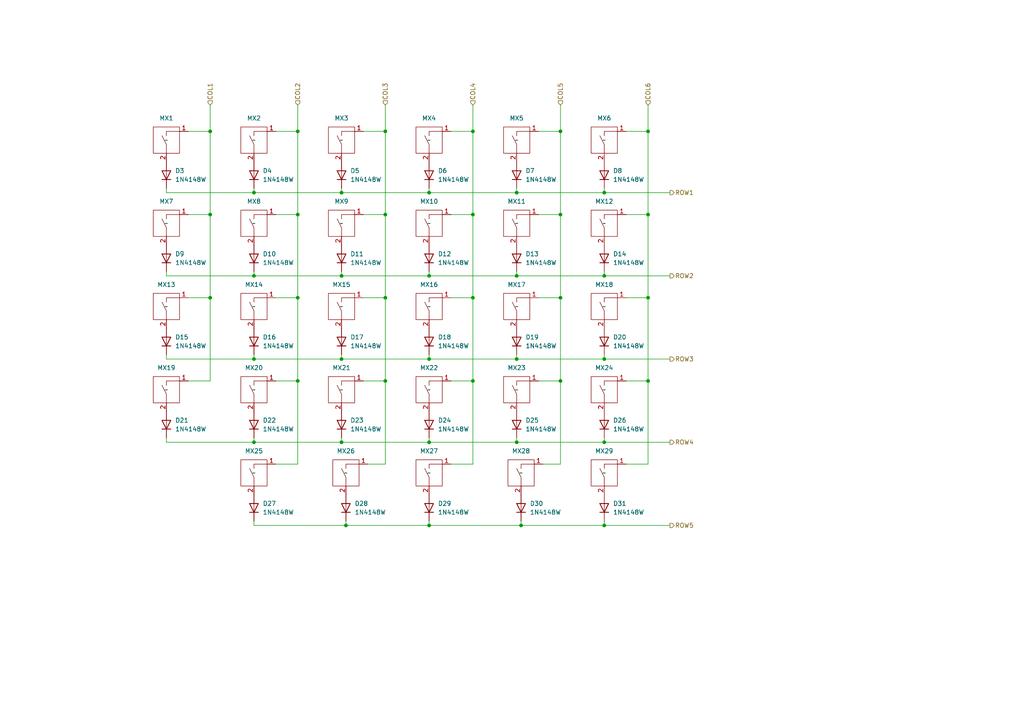
<source format=kicad_sch>
(kicad_sch (version 20230121) (generator eeschema)
  (paper "A4")
  (lib_symbols
    (symbol "Diode:1N4148W" (pin_numbers hide) (pin_names hide)
      (property "Reference" "D" (at 0 2.54 0))
      (property "Value" "1N4148W" (at 0 -2.54 0))
      (symbol "1N4148W_0_1"
        (polyline (pts (xy -1.27 1.27) (xy -1.27 -1.27)) (stroke (width 0.254)))
        (polyline (pts (xy 1.27 0) (xy -1.27 0)))
        (polyline (pts (xy 1.27 1.27) (xy 1.27 -1.27) (xy -1.27 0) (xy 1.27 1.27)) (stroke (width 0.254)))
      )
      (symbol "1N4148W_1_1"
        (pin passive line (at -3.81 0 0) (length 2.54) (name "K") (number "1"))
        (pin passive line (at 3.81 0 180) (length 2.54) (name "A") (number "2"))
      )
    )
    (symbol "Lily58:Cherry_MX2A"
      (property "Reference" "MX" (at 0 5.08 0))
      (symbol "Cherry_MX2A_0_1"
        (rectangle (start -3.81 3.81) (end 3.81 -3.81))
        (polyline (pts (xy 0 -3.81) (xy 0 -1.27) (xy -1.27 1.27)))
        (polyline (pts (xy 3.81 2.54) (xy 0 2.54) (xy 0 1.27)))
      )
      (symbol "Cherry_MX2A_1_1"
        (pin passive line (at 6.35 2.54 180) (length 2.54) (name "") (number "1"))
        (pin passive line (at 0 -6.35 90) (length 2.54) (name "") (number "2"))
      )
    )
  )
  (junction (at 187.96 110.49))
  (junction (at 60.96 38.1))
  (junction (at 124.46 128.27))
  (junction (at 111.76 62.23))
  (junction (at 111.76 110.49))
  (junction (at 111.76 86.36))
  (junction (at 175.26 80.01))
  (junction (at 124.46 152.4))
  (junction (at 60.96 86.36))
  (junction (at 73.66 55.88))
  (junction (at 162.56 86.36))
  (junction (at 60.96 62.23))
  (junction (at 149.86 104.14))
  (junction (at 99.06 55.88))
  (junction (at 111.76 38.1))
  (junction (at 137.16 38.1))
  (junction (at 99.06 104.14))
  (junction (at 149.86 128.27))
  (junction (at 73.66 104.14))
  (junction (at 86.36 38.1))
  (junction (at 175.26 104.14))
  (junction (at 187.96 38.1))
  (junction (at 137.16 110.49))
  (junction (at 124.46 55.88))
  (junction (at 86.36 62.23))
  (junction (at 151.13 152.4))
  (junction (at 73.66 128.27))
  (junction (at 187.96 62.23))
  (junction (at 124.46 104.14))
  (junction (at 73.66 80.01))
  (junction (at 100.33 152.4))
  (junction (at 99.06 128.27))
  (junction (at 149.86 55.88))
  (junction (at 162.56 62.23))
  (junction (at 162.56 38.1))
  (junction (at 137.16 86.36))
  (junction (at 86.36 86.36))
  (junction (at 175.26 55.88))
  (junction (at 137.16 62.23))
  (junction (at 99.06 80.01))
  (junction (at 162.56 110.49))
  (junction (at 175.26 152.4))
  (junction (at 149.86 80.01))
  (junction (at 86.36 110.49))
  (junction (at 124.46 80.01))
  (junction (at 187.96 86.36))
  (junction (at 175.26 128.27))
  (wire (pts (xy 73.66 80.01) (xy 73.66 78.74)))
  (wire (pts (xy 149.86 55.88) (xy 149.86 54.61)))
  (wire (pts (xy 111.76 134.62) (xy 111.76 110.49)))
  (wire (pts (xy 73.66 128.27) (xy 99.06 128.27)))
  (wire (pts (xy 162.56 110.49) (xy 162.56 86.36)))
  (wire (pts (xy 149.86 80.01) (xy 149.86 78.74)))
  (wire (pts (xy 137.16 62.23) (xy 137.16 38.1)))
  (wire (pts (xy 73.66 55.88) (xy 73.66 54.61)))
  (wire (pts (xy 175.26 80.01) (xy 194.31 80.01)))
  (wire (pts (xy 100.33 152.4) (xy 124.46 152.4)))
  (wire (pts (xy 86.36 86.36) (xy 86.36 62.23)))
  (wire (pts (xy 137.16 134.62) (xy 137.16 110.49)))
  (wire (pts (xy 130.81 110.49) (xy 137.16 110.49)))
  (wire (pts (xy 156.21 62.23) (xy 162.56 62.23)))
  (wire (pts (xy 162.56 38.1) (xy 162.56 30.48)))
  (wire (pts (xy 175.26 55.88) (xy 175.26 54.61)))
  (wire (pts (xy 86.36 38.1) (xy 86.36 30.48)))
  (wire (pts (xy 151.13 152.4) (xy 175.26 152.4)))
  (wire (pts (xy 149.86 128.27) (xy 149.86 127)))
  (wire (pts (xy 54.61 86.36) (xy 60.96 86.36)))
  (wire (pts (xy 60.96 62.23) (xy 60.96 38.1)))
  (wire (pts (xy 175.26 128.27) (xy 175.26 127)))
  (wire (pts (xy 60.96 86.36) (xy 60.96 62.23)))
  (wire (pts (xy 54.61 38.1) (xy 60.96 38.1)))
  (wire (pts (xy 48.26 128.27) (xy 48.26 127)))
  (wire (pts (xy 156.21 110.49) (xy 162.56 110.49)))
  (wire (pts (xy 73.66 104.14) (xy 73.66 102.87)))
  (wire (pts (xy 80.01 38.1) (xy 86.36 38.1)))
  (wire (pts (xy 124.46 152.4) (xy 151.13 152.4)))
  (wire (pts (xy 105.41 62.23) (xy 111.76 62.23)))
  (wire (pts (xy 106.68 134.62) (xy 111.76 134.62)))
  (wire (pts (xy 48.26 55.88) (xy 73.66 55.88)))
  (wire (pts (xy 48.26 128.27) (xy 73.66 128.27)))
  (wire (pts (xy 54.61 62.23) (xy 60.96 62.23)))
  (wire (pts (xy 99.06 80.01) (xy 99.06 78.74)))
  (wire (pts (xy 54.61 110.49) (xy 60.96 110.49)))
  (wire (pts (xy 48.26 80.01) (xy 73.66 80.01)))
  (wire (pts (xy 100.33 152.4) (xy 100.33 151.13)))
  (wire (pts (xy 187.96 62.23) (xy 187.96 38.1)))
  (wire (pts (xy 187.96 86.36) (xy 187.96 62.23)))
  (wire (pts (xy 111.76 38.1) (xy 111.76 30.48)))
  (wire (pts (xy 181.61 86.36) (xy 187.96 86.36)))
  (wire (pts (xy 105.41 86.36) (xy 111.76 86.36)))
  (wire (pts (xy 162.56 134.62) (xy 162.56 110.49)))
  (wire (pts (xy 175.26 104.14) (xy 175.26 102.87)))
  (wire (pts (xy 157.48 134.62) (xy 162.56 134.62)))
  (wire (pts (xy 124.46 104.14) (xy 124.46 102.87)))
  (wire (pts (xy 151.13 152.4) (xy 151.13 151.13)))
  (wire (pts (xy 48.26 104.14) (xy 73.66 104.14)))
  (wire (pts (xy 156.21 38.1) (xy 162.56 38.1)))
  (wire (pts (xy 137.16 86.36) (xy 137.16 62.23)))
  (wire (pts (xy 124.46 152.4) (xy 124.46 151.13)))
  (wire (pts (xy 111.76 62.23) (xy 111.76 38.1)))
  (wire (pts (xy 187.96 110.49) (xy 187.96 86.36)))
  (wire (pts (xy 86.36 134.62) (xy 86.36 110.49)))
  (wire (pts (xy 124.46 104.14) (xy 149.86 104.14)))
  (wire (pts (xy 124.46 55.88) (xy 149.86 55.88)))
  (wire (pts (xy 48.26 80.01) (xy 48.26 78.74)))
  (wire (pts (xy 137.16 110.49) (xy 137.16 86.36)))
  (wire (pts (xy 99.06 55.88) (xy 99.06 54.61)))
  (wire (pts (xy 187.96 38.1) (xy 187.96 30.48)))
  (wire (pts (xy 48.26 104.14) (xy 48.26 102.87)))
  (wire (pts (xy 80.01 62.23) (xy 86.36 62.23)))
  (wire (pts (xy 73.66 104.14) (xy 99.06 104.14)))
  (wire (pts (xy 80.01 134.62) (xy 86.36 134.62)))
  (wire (pts (xy 99.06 55.88) (xy 124.46 55.88)))
  (wire (pts (xy 86.36 62.23) (xy 86.36 38.1)))
  (wire (pts (xy 99.06 80.01) (xy 124.46 80.01)))
  (wire (pts (xy 181.61 38.1) (xy 187.96 38.1)))
  (wire (pts (xy 124.46 80.01) (xy 124.46 78.74)))
  (wire (pts (xy 124.46 80.01) (xy 149.86 80.01)))
  (wire (pts (xy 73.66 128.27) (xy 73.66 127)))
  (wire (pts (xy 175.26 55.88) (xy 194.31 55.88)))
  (wire (pts (xy 187.96 134.62) (xy 187.96 110.49)))
  (wire (pts (xy 137.16 38.1) (xy 137.16 30.48)))
  (wire (pts (xy 73.66 152.4) (xy 100.33 152.4)))
  (wire (pts (xy 80.01 110.49) (xy 86.36 110.49)))
  (wire (pts (xy 149.86 80.01) (xy 175.26 80.01)))
  (wire (pts (xy 124.46 128.27) (xy 149.86 128.27)))
  (wire (pts (xy 80.01 86.36) (xy 86.36 86.36)))
  (wire (pts (xy 181.61 110.49) (xy 187.96 110.49)))
  (wire (pts (xy 111.76 110.49) (xy 111.76 86.36)))
  (wire (pts (xy 181.61 134.62) (xy 187.96 134.62)))
  (wire (pts (xy 130.81 38.1) (xy 137.16 38.1)))
  (wire (pts (xy 175.26 152.4) (xy 194.31 152.4)))
  (wire (pts (xy 73.66 152.4) (xy 73.66 151.13)))
  (wire (pts (xy 175.26 104.14) (xy 194.31 104.14)))
  (wire (pts (xy 105.41 38.1) (xy 111.76 38.1)))
  (wire (pts (xy 181.61 62.23) (xy 187.96 62.23)))
  (wire (pts (xy 175.26 152.4) (xy 175.26 151.13)))
  (wire (pts (xy 105.41 110.49) (xy 111.76 110.49)))
  (wire (pts (xy 99.06 104.14) (xy 99.06 102.87)))
  (wire (pts (xy 130.81 86.36) (xy 137.16 86.36)))
  (wire (pts (xy 124.46 55.88) (xy 124.46 54.61)))
  (wire (pts (xy 60.96 38.1) (xy 60.96 30.48)))
  (wire (pts (xy 162.56 86.36) (xy 162.56 62.23)))
  (wire (pts (xy 99.06 104.14) (xy 124.46 104.14)))
  (wire (pts (xy 149.86 104.14) (xy 175.26 104.14)))
  (wire (pts (xy 149.86 104.14) (xy 149.86 102.87)))
  (wire (pts (xy 130.81 134.62) (xy 137.16 134.62)))
  (wire (pts (xy 149.86 55.88) (xy 175.26 55.88)))
  (wire (pts (xy 86.36 110.49) (xy 86.36 86.36)))
  (wire (pts (xy 130.81 62.23) (xy 137.16 62.23)))
  (wire (pts (xy 73.66 80.01) (xy 99.06 80.01)))
  (wire (pts (xy 60.96 110.49) (xy 60.96 86.36)))
  (wire (pts (xy 162.56 62.23) (xy 162.56 38.1)))
  (wire (pts (xy 124.46 128.27) (xy 124.46 127)))
  (wire (pts (xy 99.06 128.27) (xy 99.06 127)))
  (wire (pts (xy 73.66 55.88) (xy 99.06 55.88)))
  (wire (pts (xy 149.86 128.27) (xy 175.26 128.27)))
  (wire (pts (xy 99.06 128.27) (xy 124.46 128.27)))
  (wire (pts (xy 175.26 80.01) (xy 175.26 78.74)))
  (wire (pts (xy 48.26 55.88) (xy 48.26 54.61)))
  (wire (pts (xy 156.21 86.36) (xy 162.56 86.36)))
  (wire (pts (xy 111.76 86.36) (xy 111.76 62.23)))
  (wire (pts (xy 175.26 128.27) (xy 194.31 128.27)))
  (hierarchical_label "COL3" (shape input) (at 111.76 30.48 90))
  (hierarchical_label "ROW3" (shape output) (at 194.31 104.14 0))
  (hierarchical_label "ROW5" (shape output) (at 194.31 152.4 0))
  (hierarchical_label "COL4" (shape input) (at 137.16 30.48 90))
  (hierarchical_label "COL5" (shape input) (at 162.56 30.48 90))
  (hierarchical_label "ROW4" (shape output) (at 194.31 128.27 0))
  (hierarchical_label "COL6" (shape input) (at 187.96 30.48 90))
  (hierarchical_label "ROW2" (shape output) (at 194.31 80.01 0))
  (hierarchical_label "COL1" (shape input) (at 60.96 30.48 90))
  (hierarchical_label "ROW1" (shape output) (at 194.31 55.88 0))
  (hierarchical_label "COL2" (shape input) (at 86.36 30.48 90))
  (symbol (lib_id "Diode:1N4148W") (at 99.06 99.06 90) (unit 1)
    (property "Reference" "D17" (at 101.6 97.79 90) (effects (justify right)))
    (property "Value" "1N4148W" (at 101.6 100.33 90) (effects (justify right)))
    (property "Footprint" "Diode_SMD:D_SOD-123" (effects hide))
    (property "Datasheet" "https://www.vishay.com/docs/85748/1n4148w.pdf" (effects hide))
    (property "Sim.Device" "D" (effects hide))
    (property "Sim.Pins" "1=K 2=A" (effects hide))
  )
  (symbol (lib_id "Lily58:Cherry_MX2A") (at 99.06 40.64 0) (unit 1)
    (property "Reference" "MX3" (at 99.06 34.29 0))
    (property "Value" "~" (at 99.06 40.64 0))
  )
  (symbol (lib_id "Lily58:Cherry_MX2A") (at 73.66 137.16 0) (unit 1)
    (property "Reference" "MX25" (at 73.66 130.81 0))
    (property "Value" "~" (at 73.66 137.16 0))
  )
  (symbol (lib_id "Lily58:Cherry_MX2A") (at 73.66 113.03 0) (unit 1)
    (property "Reference" "MX20" (at 73.66 106.68 0))
    (property "Value" "~" (at 73.66 113.03 0))
  )
  (symbol (lib_id "Diode:1N4148W") (at 48.26 123.19 90) (unit 1)
    (property "Reference" "D21" (at 50.8 121.92 90) (effects (justify right)))
    (property "Value" "1N4148W" (at 50.8 124.46 90) (effects (justify right)))
    (property "Footprint" "Diode_SMD:D_SOD-123" (effects hide))
    (property "Datasheet" "https://www.vishay.com/docs/85748/1n4148w.pdf" (effects hide))
    (property "Sim.Device" "D" (effects hide))
    (property "Sim.Pins" "1=K 2=A" (effects hide))
  )
  (symbol (lib_id "Lily58:Cherry_MX2A") (at 149.86 64.77 0) (unit 1)
    (property "Reference" "MX11" (at 149.86 58.42 0))
    (property "Value" "~" (at 149.86 64.77 0))
  )
  (symbol (lib_id "Diode:1N4148W") (at 175.26 123.19 90) (unit 1)
    (property "Reference" "D26" (at 177.8 121.92 90) (effects (justify right)))
    (property "Value" "1N4148W" (at 177.8 124.46 90) (effects (justify right)))
    (property "Footprint" "Diode_SMD:D_SOD-123" (effects hide))
    (property "Datasheet" "https://www.vishay.com/docs/85748/1n4148w.pdf" (effects hide))
    (property "Sim.Device" "D" (effects hide))
    (property "Sim.Pins" "1=K 2=A" (effects hide))
  )
  (symbol (lib_id "Lily58:Cherry_MX2A") (at 124.46 40.64 0) (unit 1)
    (property "Reference" "MX4" (at 124.46 34.29 0))
    (property "Value" "~" (at 124.46 40.64 0))
  )
  (symbol (lib_id "Diode:1N4148W") (at 99.06 50.8 90) (unit 1)
    (property "Reference" "D5" (at 101.6 49.53 90) (effects (justify right)))
    (property "Value" "1N4148W" (at 101.6 52.07 90) (effects (justify right)))
    (property "Footprint" "Diode_SMD:D_SOD-123" (effects hide))
    (property "Datasheet" "https://www.vishay.com/docs/85748/1n4148w.pdf" (effects hide))
    (property "Sim.Device" "D" (effects hide))
    (property "Sim.Pins" "1=K 2=A" (effects hide))
  )
  (symbol (lib_id "Lily58:Cherry_MX2A") (at 124.46 64.77 0) (unit 1)
    (property "Reference" "MX10" (at 124.46 58.42 0))
    (property "Value" "~" (at 124.46 64.77 0))
  )
  (symbol (lib_id "Diode:1N4148W") (at 124.46 147.32 90) (unit 1)
    (property "Reference" "D29" (at 127 146.05 90) (effects (justify right)))
    (property "Value" "1N4148W" (at 127 148.59 90) (effects (justify right)))
    (property "Footprint" "Diode_SMD:D_SOD-123" (effects hide))
    (property "Datasheet" "https://www.vishay.com/docs/85748/1n4148w.pdf" (effects hide))
    (property "Sim.Device" "D" (effects hide))
    (property "Sim.Pins" "1=K 2=A" (effects hide))
  )
  (symbol (lib_id "Diode:1N4148W") (at 149.86 123.19 90) (unit 1)
    (property "Reference" "D25" (at 152.4 121.92 90) (effects (justify right)))
    (property "Value" "1N4148W" (at 152.4 124.46 90) (effects (justify right)))
    (property "Footprint" "Diode_SMD:D_SOD-123" (effects hide))
    (property "Datasheet" "https://www.vishay.com/docs/85748/1n4148w.pdf" (effects hide))
    (property "Sim.Device" "D" (effects hide))
    (property "Sim.Pins" "1=K 2=A" (effects hide))
  )
  (symbol (lib_id "Lily58:Cherry_MX2A") (at 175.26 40.64 0) (unit 1)
    (property "Reference" "MX6" (at 175.26 34.29 0))
    (property "Value" "~" (at 175.26 40.64 0))
  )
  (symbol (lib_id "Lily58:Cherry_MX2A") (at 149.86 40.64 0) (unit 1)
    (property "Reference" "MX5" (at 149.86 34.29 0))
    (property "Value" "~" (at 149.86 40.64 0))
  )
  (symbol (lib_id "Diode:1N4148W") (at 124.46 123.19 90) (unit 1)
    (property "Reference" "D24" (at 127 121.92 90) (effects (justify right)))
    (property "Value" "1N4148W" (at 127 124.46 90) (effects (justify right)))
    (property "Footprint" "Diode_SMD:D_SOD-123" (effects hide))
    (property "Datasheet" "https://www.vishay.com/docs/85748/1n4148w.pdf" (effects hide))
    (property "Sim.Device" "D" (effects hide))
    (property "Sim.Pins" "1=K 2=A" (effects hide))
  )
  (symbol (lib_id "Diode:1N4148W") (at 149.86 50.8 90) (unit 1)
    (property "Reference" "D7" (at 152.4 49.53 90) (effects (justify right)))
    (property "Value" "1N4148W" (at 152.4 52.07 90) (effects (justify right)))
    (property "Footprint" "Diode_SMD:D_SOD-123" (effects hide))
    (property "Datasheet" "https://www.vishay.com/docs/85748/1n4148w.pdf" (effects hide))
    (property "Sim.Device" "D" (effects hide))
    (property "Sim.Pins" "1=K 2=A" (effects hide))
  )
  (symbol (lib_id "Diode:1N4148W") (at 149.86 74.93 90) (unit 1)
    (property "Reference" "D13" (at 152.4 73.66 90) (effects (justify right)))
    (property "Value" "1N4148W" (at 152.4 76.2 90) (effects (justify right)))
    (property "Footprint" "Diode_SMD:D_SOD-123" (effects hide))
    (property "Datasheet" "https://www.vishay.com/docs/85748/1n4148w.pdf" (effects hide))
    (property "Sim.Device" "D" (effects hide))
    (property "Sim.Pins" "1=K 2=A" (effects hide))
  )
  (symbol (lib_id "Lily58:Cherry_MX2A") (at 175.26 88.9 0) (unit 1)
    (property "Reference" "MX18" (at 175.26 82.55 0))
    (property "Value" "~" (at 175.26 88.9 0))
  )
  (symbol (lib_id "Diode:1N4148W") (at 73.66 123.19 90) (unit 1)
    (property "Reference" "D22" (at 76.2 121.92 90) (effects (justify right)))
    (property "Value" "1N4148W" (at 76.2 124.46 90) (effects (justify right)))
    (property "Footprint" "Diode_SMD:D_SOD-123" (effects hide))
    (property "Datasheet" "https://www.vishay.com/docs/85748/1n4148w.pdf" (effects hide))
    (property "Sim.Device" "D" (effects hide))
    (property "Sim.Pins" "1=K 2=A" (effects hide))
  )
  (symbol (lib_id "Lily58:Cherry_MX2A") (at 149.86 113.03 0) (unit 1)
    (property "Reference" "MX23" (at 149.86 106.68 0))
    (property "Value" "~" (at 149.86 113.03 0))
  )
  (symbol (lib_id "Lily58:Cherry_MX2A") (at 73.66 40.64 0) (unit 1)
    (property "Reference" "MX2" (at 73.66 34.29 0))
    (property "Value" "~" (at 73.66 40.64 0))
  )
  (symbol (lib_id "Lily58:Cherry_MX2A") (at 151.13 137.16 0) (unit 1)
    (property "Reference" "MX28" (at 151.13 130.81 0))
    (property "Value" "~" (at 151.13 137.16 0))
  )
  (symbol (lib_id "Diode:1N4148W") (at 73.66 50.8 90) (unit 1)
    (property "Reference" "D4" (at 76.2 49.53 90) (effects (justify right)))
    (property "Value" "1N4148W" (at 76.2 52.07 90) (effects (justify right)))
    (property "Footprint" "Diode_SMD:D_SOD-123" (effects hide))
    (property "Datasheet" "https://www.vishay.com/docs/85748/1n4148w.pdf" (effects hide))
    (property "Sim.Device" "D" (effects hide))
    (property "Sim.Pins" "1=K 2=A" (effects hide))
  )
  (symbol (lib_id "Diode:1N4148W") (at 149.86 99.06 90) (unit 1)
    (property "Reference" "D19" (at 152.4 97.79 90) (effects (justify right)))
    (property "Value" "1N4148W" (at 152.4 100.33 90) (effects (justify right)))
    (property "Footprint" "Diode_SMD:D_SOD-123" (effects hide))
    (property "Datasheet" "https://www.vishay.com/docs/85748/1n4148w.pdf" (effects hide))
    (property "Sim.Device" "D" (effects hide))
    (property "Sim.Pins" "1=K 2=A" (effects hide))
  )
  (symbol (lib_id "Lily58:Cherry_MX2A") (at 73.66 88.9 0) (unit 1)
    (property "Reference" "MX14" (at 73.66 82.55 0))
    (property "Value" "~" (at 73.66 88.9 0))
  )
  (symbol (lib_id "Diode:1N4148W") (at 175.26 50.8 90) (unit 1)
    (property "Reference" "D8" (at 177.8 49.53 90) (effects (justify right)))
    (property "Value" "1N4148W" (at 177.8 52.07 90) (effects (justify right)))
    (property "Footprint" "Diode_SMD:D_SOD-123" (effects hide))
    (property "Datasheet" "https://www.vishay.com/docs/85748/1n4148w.pdf" (effects hide))
    (property "Sim.Device" "D" (effects hide))
    (property "Sim.Pins" "1=K 2=A" (effects hide))
  )
  (symbol (lib_id "Diode:1N4148W") (at 124.46 99.06 90) (unit 1)
    (property "Reference" "D18" (at 127 97.79 90) (effects (justify right)))
    (property "Value" "1N4148W" (at 127 100.33 90) (effects (justify right)))
    (property "Footprint" "Diode_SMD:D_SOD-123" (effects hide))
    (property "Datasheet" "https://www.vishay.com/docs/85748/1n4148w.pdf" (effects hide))
    (property "Sim.Device" "D" (effects hide))
    (property "Sim.Pins" "1=K 2=A" (effects hide))
  )
  (symbol (lib_id "Lily58:Cherry_MX2A") (at 48.26 64.77 0) (unit 1)
    (property "Reference" "MX7" (at 48.26 58.42 0))
    (property "Value" "~" (at 48.26 64.77 0))
  )
  (symbol (lib_id "Diode:1N4148W") (at 73.66 147.32 90) (unit 1)
    (property "Reference" "D27" (at 76.2 146.05 90) (effects (justify right)))
    (property "Value" "1N4148W" (at 76.2 148.59 90) (effects (justify right)))
    (property "Footprint" "Diode_SMD:D_SOD-123" (effects hide))
    (property "Datasheet" "https://www.vishay.com/docs/85748/1n4148w.pdf" (effects hide))
    (property "Sim.Device" "D" (effects hide))
    (property "Sim.Pins" "1=K 2=A" (effects hide))
  )
  (symbol (lib_id "Lily58:Cherry_MX2A") (at 175.26 113.03 0) (unit 1)
    (property "Reference" "MX24" (at 175.26 106.68 0))
    (property "Value" "~" (at 175.26 113.03 0))
  )
  (symbol (lib_id "Lily58:Cherry_MX2A") (at 99.06 64.77 0) (unit 1)
    (property "Reference" "MX9" (at 99.06 58.42 0))
    (property "Value" "~" (at 99.06 64.77 0))
  )
  (symbol (lib_id "Diode:1N4148W") (at 175.26 99.06 90) (unit 1)
    (property "Reference" "D20" (at 177.8 97.79 90) (effects (justify right)))
    (property "Value" "1N4148W" (at 177.8 100.33 90) (effects (justify right)))
    (property "Footprint" "Diode_SMD:D_SOD-123" (effects hide))
    (property "Datasheet" "https://www.vishay.com/docs/85748/1n4148w.pdf" (effects hide))
    (property "Sim.Device" "D" (effects hide))
    (property "Sim.Pins" "1=K 2=A" (effects hide))
  )
  (symbol (lib_id "Diode:1N4148W") (at 175.26 74.93 90) (unit 1)
    (property "Reference" "D14" (at 177.8 73.66 90) (effects (justify right)))
    (property "Value" "1N4148W" (at 177.8 76.2 90) (effects (justify right)))
    (property "Footprint" "Diode_SMD:D_SOD-123" (effects hide))
    (property "Datasheet" "https://www.vishay.com/docs/85748/1n4148w.pdf" (effects hide))
    (property "Sim.Device" "D" (effects hide))
    (property "Sim.Pins" "1=K 2=A" (effects hide))
  )
  (symbol (lib_id "Diode:1N4148W") (at 99.06 74.93 90) (unit 1)
    (property "Reference" "D11" (at 101.6 73.66 90) (effects (justify right)))
    (property "Value" "1N4148W" (at 101.6 76.2 90) (effects (justify right)))
    (property "Footprint" "Diode_SMD:D_SOD-123" (effects hide))
    (property "Datasheet" "https://www.vishay.com/docs/85748/1n4148w.pdf" (effects hide))
    (property "Sim.Device" "D" (effects hide))
    (property "Sim.Pins" "1=K 2=A" (effects hide))
  )
  (symbol (lib_id "Lily58:Cherry_MX2A") (at 100.33 137.16 0) (unit 1)
    (property "Reference" "MX26" (at 100.33 130.81 0))
    (property "Value" "~" (at 100.33 137.16 0))
  )
  (symbol (lib_id "Diode:1N4148W") (at 73.66 74.93 90) (unit 1)
    (property "Reference" "D10" (at 76.2 73.66 90) (effects (justify right)))
    (property "Value" "1N4148W" (at 76.2 76.2 90) (effects (justify right)))
    (property "Footprint" "Diode_SMD:D_SOD-123" (effects hide))
    (property "Datasheet" "https://www.vishay.com/docs/85748/1n4148w.pdf" (effects hide))
    (property "Sim.Device" "D" (effects hide))
    (property "Sim.Pins" "1=K 2=A" (effects hide))
  )
  (symbol (lib_id "Diode:1N4148W") (at 48.26 74.93 90) (unit 1)
    (property "Reference" "D9" (at 50.8 73.66 90) (effects (justify right)))
    (property "Value" "1N4148W" (at 50.8 76.2 90) (effects (justify right)))
    (property "Footprint" "Diode_SMD:D_SOD-123" (effects hide))
    (property "Datasheet" "https://www.vishay.com/docs/85748/1n4148w.pdf" (effects hide))
    (property "Sim.Device" "D" (effects hide))
    (property "Sim.Pins" "1=K 2=A" (effects hide))
  )
  (symbol (lib_id "Lily58:Cherry_MX2A") (at 73.66 64.77 0) (unit 1)
    (property "Reference" "MX8" (at 73.66 58.42 0))
    (property "Value" "~" (at 73.66 64.77 0))
  )
  (symbol (lib_id "Diode:1N4148W") (at 48.26 50.8 90) (unit 1)
    (property "Reference" "D3" (at 50.8 49.53 90) (effects (justify right)))
    (property "Value" "1N4148W" (at 50.8 52.07 90) (effects (justify right)))
    (property "Footprint" "Diode_SMD:D_SOD-123" (effects hide))
    (property "Datasheet" "https://www.vishay.com/docs/85748/1n4148w.pdf" (effects hide))
    (property "Sim.Device" "D" (effects hide))
    (property "Sim.Pins" "1=K 2=A" (effects hide))
  )
  (symbol (lib_id "Lily58:Cherry_MX2A") (at 175.26 64.77 0) (unit 1)
    (property "Reference" "MX12" (at 175.26 58.42 0))
    (property "Value" "~" (at 175.26 64.77 0))
  )
  (symbol (lib_id "Diode:1N4148W") (at 73.66 99.06 90) (unit 1)
    (property "Reference" "D16" (at 76.2 97.79 90) (effects (justify right)))
    (property "Value" "1N4148W" (at 76.2 100.33 90) (effects (justify right)))
    (property "Footprint" "Diode_SMD:D_SOD-123" (effects hide))
    (property "Datasheet" "https://www.vishay.com/docs/85748/1n4148w.pdf" (effects hide))
    (property "Sim.Device" "D" (effects hide))
    (property "Sim.Pins" "1=K 2=A" (effects hide))
  )
  (symbol (lib_id "Lily58:Cherry_MX2A") (at 99.06 113.03 0) (unit 1)
    (property "Reference" "MX21" (at 99.06 106.68 0))
    (property "Value" "~" (at 99.06 113.03 0))
  )
  (symbol (lib_id "Diode:1N4148W") (at 151.13 147.32 90) (unit 1)
    (property "Reference" "D30" (at 153.67 146.05 90) (effects (justify right)))
    (property "Value" "1N4148W" (at 153.67 148.59 90) (effects (justify right)))
    (property "Footprint" "Diode_SMD:D_SOD-123" (effects hide))
    (property "Datasheet" "https://www.vishay.com/docs/85748/1n4148w.pdf" (effects hide))
    (property "Sim.Device" "D" (effects hide))
    (property "Sim.Pins" "1=K 2=A" (effects hide))
  )
  (symbol (lib_id "Diode:1N4148W") (at 99.06 123.19 90) (unit 1)
    (property "Reference" "D23" (at 101.6 121.92 90) (effects (justify right)))
    (property "Value" "1N4148W" (at 101.6 124.46 90) (effects (justify right)))
    (property "Footprint" "Diode_SMD:D_SOD-123" (effects hide))
    (property "Datasheet" "https://www.vishay.com/docs/85748/1n4148w.pdf" (effects hide))
    (property "Sim.Device" "D" (effects hide))
    (property "Sim.Pins" "1=K 2=A" (effects hide))
  )
  (symbol (lib_id "Lily58:Cherry_MX2A") (at 48.26 113.03 0) (unit 1)
    (property "Reference" "MX19" (at 48.26 106.68 0))
    (property "Value" "~" (at 48.26 113.03 0))
  )
  (symbol (lib_id "Lily58:Cherry_MX2A") (at 124.46 113.03 0) (unit 1)
    (property "Reference" "MX22" (at 124.46 106.68 0))
    (property "Value" "~" (at 124.46 113.03 0))
  )
  (symbol (lib_id "Lily58:Cherry_MX2A") (at 48.26 40.64 0) (unit 1)
    (property "Reference" "MX1" (at 48.26 34.29 0))
    (property "Value" "~" (at 48.26 40.64 0))
  )
  (symbol (lib_id "Lily58:Cherry_MX2A") (at 48.26 88.9 0) (unit 1)
    (property "Reference" "MX13" (at 48.26 82.55 0))
    (property "Value" "~" (at 48.26 88.9 0))
  )
  (symbol (lib_id "Diode:1N4148W") (at 175.26 147.32 90) (unit 1)
    (property "Reference" "D31" (at 177.8 146.05 90) (effects (justify right)))
    (property "Value" "1N4148W" (at 177.8 148.59 90) (effects (justify right)))
    (property "Footprint" "Diode_SMD:D_SOD-123" (effects hide))
    (property "Datasheet" "https://www.vishay.com/docs/85748/1n4148w.pdf" (effects hide))
    (property "Sim.Device" "D" (effects hide))
    (property "Sim.Pins" "1=K 2=A" (effects hide))
  )
  (symbol (lib_id "Diode:1N4148W") (at 100.33 147.32 90) (unit 1)
    (property "Reference" "D28" (at 102.87 146.05 90) (effects (justify right)))
    (property "Value" "1N4148W" (at 102.87 148.59 90) (effects (justify right)))
    (property "Footprint" "Diode_SMD:D_SOD-123" (effects hide))
    (property "Datasheet" "https://www.vishay.com/docs/85748/1n4148w.pdf" (effects hide))
    (property "Sim.Device" "D" (effects hide))
    (property "Sim.Pins" "1=K 2=A" (effects hide))
  )
  (symbol (lib_id "Lily58:Cherry_MX2A") (at 175.26 137.16 0) (unit 1)
    (property "Reference" "MX29" (at 175.26 130.81 0))
    (property "Value" "~" (at 175.26 137.16 0))
  )
  (symbol (lib_id "Lily58:Cherry_MX2A") (at 124.46 137.16 0) (unit 1)
    (property "Reference" "MX27" (at 124.46 130.81 0))
    (property "Value" "~" (at 124.46 137.16 0))
  )
  (symbol (lib_id "Diode:1N4148W") (at 48.26 99.06 90) (unit 1)
    (property "Reference" "D15" (at 50.8 97.79 90) (effects (justify right)))
    (property "Value" "1N4148W" (at 50.8 100.33 90) (effects (justify right)))
    (property "Footprint" "Diode_SMD:D_SOD-123" (effects hide))
    (property "Datasheet" "https://www.vishay.com/docs/85748/1n4148w.pdf" (effects hide))
    (property "Sim.Device" "D" (effects hide))
    (property "Sim.Pins" "1=K 2=A" (effects hide))
  )
  (symbol (lib_id "Diode:1N4148W") (at 124.46 74.93 90) (unit 1)
    (property "Reference" "D12" (at 127 73.66 90) (effects (justify right)))
    (property "Value" "1N4148W" (at 127 76.2 90) (effects (justify right)))
    (property "Footprint" "Diode_SMD:D_SOD-123" (effects hide))
    (property "Datasheet" "https://www.vishay.com/docs/85748/1n4148w.pdf" (effects hide))
    (property "Sim.Device" "D" (effects hide))
    (property "Sim.Pins" "1=K 2=A" (effects hide))
  )
  (symbol (lib_id "Lily58:Cherry_MX2A") (at 149.86 88.9 0) (unit 1)
    (property "Reference" "MX17" (at 149.86 82.55 0))
    (property "Value" "~" (at 149.86 88.9 0))
  )
  (symbol (lib_id "Lily58:Cherry_MX2A") (at 124.46 88.9 0) (unit 1)
    (property "Reference" "MX16" (at 124.46 82.55 0))
    (property "Value" "~" (at 124.46 88.9 0))
  )
  (symbol (lib_id "Diode:1N4148W") (at 124.46 50.8 90) (unit 1)
    (property "Reference" "D6" (at 127 49.53 90) (effects (justify right)))
    (property "Value" "1N4148W" (at 127 52.07 90) (effects (justify right)))
    (property "Footprint" "Diode_SMD:D_SOD-123" (effects hide))
    (property "Datasheet" "https://www.vishay.com/docs/85748/1n4148w.pdf" (effects hide))
    (property "Sim.Device" "D" (effects hide))
    (property "Sim.Pins" "1=K 2=A" (effects hide))
  )
  (symbol (lib_id "Lily58:Cherry_MX2A") (at 99.06 88.9 0) (unit 1)
    (property "Reference" "MX15" (at 99.06 82.55 0))
    (property "Value" "~" (at 99.06 88.9 0))
  )
)
</source>
